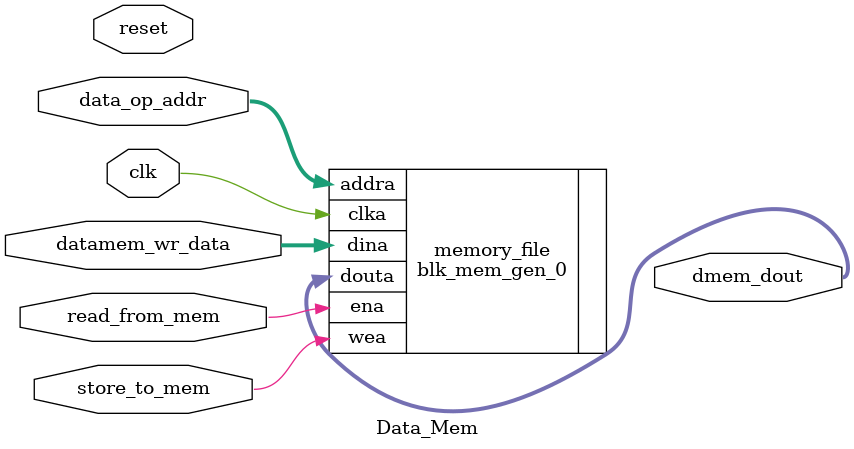
<source format=v>

module Data_Mem (
    input clk, reset,
	input [15:0] data_op_addr,
    input [7:0] datamem_wr_data, // { [7:0] Domain1, [7:0] Domain2, ... }
	input read_from_mem,
	input store_to_mem,
                                    
	output [7:0] dmem_dout   // { [7:0] Domain1, [7:0] Domain2 }
);
	// IP Gen blockmem for data_mem has _marginally_ better delay (~0.2ns, depending on synth / imp methodologies) versus 'manual' definition.
	// I figure it's the more 'correct' method to implement the data memory, and I might just not have a great understanding of the IP gen params to optimize it further.
	blk_mem_gen_0 memory_file (
		.clka(clk),    // input wire clka
		.ena(read_from_mem),      // input wire ena
		.wea(store_to_mem),      // input wire [0 : 0] wea
		.addra(data_op_addr),  // input wire [15 : 0] addra
		.dina(datamem_wr_data),    // input wire [7 : 0] dina
		.douta(dmem_dout)  // output wire [7 : 0] douta
	);
    //reg [7:0] memory_file[0:65535]; //i.e., 64Kbyte

    // // get data during LOAD instruction                 
	// always @(data_rd_addr)
	// begin
	// 	dmem_dout <= memory_file[data_rd_addr];
	// end
                                                      
    // // Stores synced to clock edge
	// always @(posedge clk)
	// begin
	//     if (store_to_mem == 1'b1) 
	// 	begin
	// 		memory_file[data_wr_addr] <= datamem_wr_data;
	// 	end
	// end

endmodule
</source>
